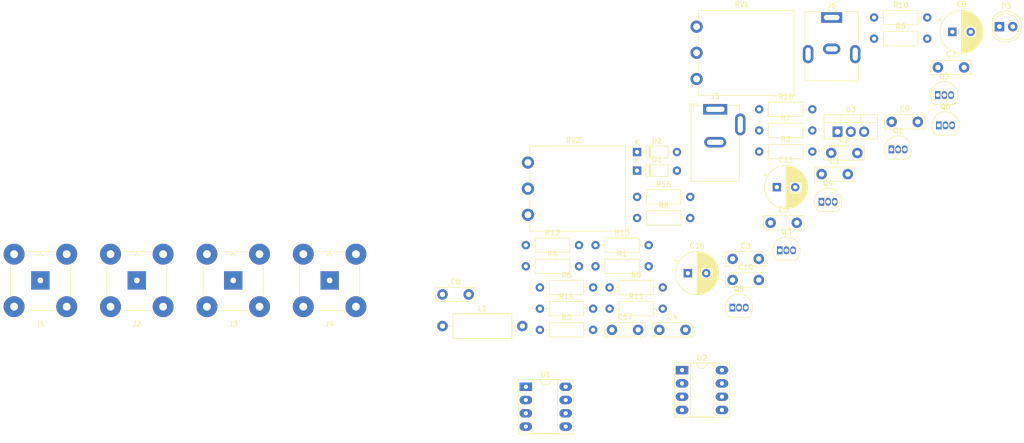
<source format=kicad_pcb>
(kicad_pcb (version 20211014) (generator pcbnew)
  (title_block (title "Enter Title On Page Setting Dialog") (rev "1") (company "Ashton Johnson"))
  (layers (0 "F.Cu" signal) (31 "B.Cu" signal) (35 "F.Paste" user) (37 "F.SilkS" user "F.Silkscreen") (39 "F.Mask" user) (44 "Edge.Cuts" user))
  (net 0 "")
  (net 1 "Y")
  (net 2 "+9V")
  (net 3 "Net-(C2-Pad1)")
  (net 4 "Net-(C3-Pad1)")
  (net 5 "Net-(C3-Pad2)")
  (net 6 "GND")
  (net 7 "Net-(C4-Pad2)")
  (net 8 "Net-(C5-Pad1)")
  (net 9 "COMP_VIDEO_IN")
  (net 10 "Net-(D1-Pad1)")
  (net 11 "Net-(D1-Pad2)")
  (net 12 "X")
  (net 13 "Z")
  (net 14 "Net-(Q1-Pad2)")
  (net 15 "Net-(Q2-Pad2)")
  (net 16 "Net-(Q3-Pad2)")
  (net 17 "Net-(Q4-Pad1)")
  (net 18 "Net-(Q5-Pad1)")
  (net 19 "Net-(Q6-Pad1)")
  (net 20 "Net-(R1-Pad2)")
  (net 21 "Net-(R2-Pad1)")
  (net 22 "Net-(R13-Pad1)")
  (net 23 "Net-(R13-Pad2)")
  (net 24 "Net-(R15-Pad2)")
  (net 25 "Net-(RV2-Pad2)")
  (net 28 "Net-(U2-Pad3)")
  (net 29 "Net-(D3-Pad1)")
  (net 30 "Net-(C5-Pad2)")
  (net 31 "+VDC")
  (footprint "Package_TO_SOT_THT:TO-92_Inline" (layer "F.Cu") (at 246.16 64.55)
    (fp_text reference "Q2" (at 1.27 -3.56) (layer "F.SilkS"))
    (fp_text value "2N3906")
    (pad "1" thru_hole rect (at 0 0) (size 1.05 1.5) (drill 0.75) (layers *.Cu *.Mask) (net 2 "+9V"))
    (pad "2" thru_hole oval (at 1.27 0) (size 1.05 1.5) (drill 0.75) (layers *.Cu *.Mask) (net 15 "Net-(Q2-Pad2)"))
    (pad "3" thru_hole oval (at 2.54 0) (size 1.05 1.5) (drill 0.75) (layers *.Cu *.Mask) (net 3 "Net-(C2-Pad1)"))
  )
  (footprint "Resistor_THT:R_Axial_DIN0207_L6.3mm_D2.5mm_P10.16mm_Horizontal" (layer "F.Cu") (at 234 53.77)
    (fp_text reference "R5" (at 5.08 -2.37) (layer "F.SilkS"))
    (fp_text value "2.2k")
    (pad "1" thru_hole circle (at 0 0) (size 1.6 1.6) (drill 0.8) (layers *.Cu *.Mask) (net 2 "+9V"))
    (pad "2" thru_hole oval (at 10.16 0) (size 1.6 1.6) (drill 0.8) (layers *.Cu *.Mask) (net 12 "X"))
  )
  (footprint "Capacitor_THT:C_Disc_D7.5mm_W2.5mm_P5.00mm" (layer "F.Cu") (at 151.57 102.68)
    (fp_text reference "C6" (at 2.5 -2.5) (layer "F.SilkS"))
    (fp_text value "10u")
    (pad "1" thru_hole circle (at 0 0) (size 2 2) (drill 1) (layers *.Cu *.Mask) (net 2 "+9V"))
    (pad "2" thru_hole circle (at 5 0) (size 2 2) (drill 1) (layers *.Cu *.Mask) (net 6 "GND"))
  )
  (footprint "Diode_THT:D_DO-35_SOD27_P7.62mm_Horizontal" (layer "F.Cu") (at 188.73 79)
    (fp_text reference "D1" (at 3.81 -2.12) (layer "F.SilkS"))
    (fp_text value "1N4148")
    (fp_text user "K" (at 0 -1.8) (layer "F.SilkS"))
    (pad "1" thru_hole rect (at 0 0) (size 1.6 1.6) (drill 0.8) (layers *.Cu *.Mask) (net 10 "Net-(D1-Pad1)"))
    (pad "2" thru_hole oval (at 7.62 0) (size 1.6 1.6) (drill 0.8) (layers *.Cu *.Mask) (net 11 "Net-(D1-Pad2)"))
  )
  (footprint "Diode_THT:D_DO-35_SOD27_P7.62mm_Horizontal" (layer "F.Cu") (at 188.73 75.45)
    (fp_text reference "D2" (at 3.81 -2.12) (layer "F.SilkS"))
    (fp_text value "1N4148")
    (fp_text user "K" (at 0 -1.8) (layer "F.SilkS"))
    (pad "1" thru_hole rect (at 0 0) (size 1.6 1.6) (drill 0.8) (layers *.Cu *.Mask) (net 6 "GND"))
    (pad "2" thru_hole oval (at 7.62 0) (size 1.6 1.6) (drill 0.8) (layers *.Cu *.Mask) (net 10 "Net-(D1-Pad1)"))
  )
  (footprint "Capacitor_THT:C_Disc_D7.5mm_W2.5mm_P5.00mm" (layer "F.Cu") (at 206.98 99.92)
    (fp_text reference "C10" (at 2.5 -2.5) (layer "F.SilkS"))
    (fp_text value "0.1u")
    (pad "1" thru_hole circle (at 0 0) (size 2 2) (drill 1) (layers *.Cu *.Mask) (net 2 "+9V"))
    (pad "2" thru_hole circle (at 5 0) (size 2 2) (drill 1) (layers *.Cu *.Mask) (net 6 "GND"))
  )
  (footprint "Package_TO_SOT_THT:TO-92_Inline" (layer "F.Cu") (at 206.94 105.2)
    (fp_text reference "Q5" (at 1.27 -3.56) (layer "F.SilkS"))
    (fp_text value "2N3904")
    (pad "1" thru_hole rect (at 0 0) (size 1.05 1.5) (drill 0.75) (layers *.Cu *.Mask) (net 18 "Net-(Q5-Pad1)"))
    (pad "2" thru_hole oval (at 1.27 0) (size 1.05 1.5) (drill 0.75) (layers *.Cu *.Mask) (net 11 "Net-(D1-Pad2)"))
    (pad "3" thru_hole oval (at 2.54 0) (size 1.05 1.5) (drill 0.75) (layers *.Cu *.Mask) (net 3 "Net-(C2-Pad1)"))
  )
  (footprint "Capacitor_THT:CP_Radial_D8.0mm_P3.50mm" (layer "F.Cu") (at 215.434698 82.17)
    (fp_text reference "C11" (at 1.75 -5.25) (layer "F.SilkS"))
    (fp_text value "10u")
    (pad "1" thru_hole rect (at 0 0) (size 1.6 1.6) (drill 0.8) (layers *.Cu *.Mask) (net 2 "+9V"))
    (pad "2" thru_hole circle (at 3.5 0) (size 1.6 1.6) (drill 0.8) (layers *.Cu *.Mask) (net 6 "GND"))
  )
  (footprint "Package_TO_SOT_THT:TO-92_Inline" (layer "F.Cu") (at 246.37 70.34)
    (fp_text reference "Q6" (at 1.27 -3.56) (layer "F.SilkS"))
    (fp_text value "2N3904")
    (pad "1" thru_hole rect (at 0 0) (size 1.05 1.5) (drill 0.75) (layers *.Cu *.Mask) (net 19 "Net-(Q6-Pad1)"))
    (pad "2" thru_hole oval (at 1.27 0) (size 1.05 1.5) (drill 0.75) (layers *.Cu *.Mask) (net 5 "Net-(C3-Pad2)"))
    (pad "3" thru_hole oval (at 2.54 0) (size 1.05 1.5) (drill 0.75) (layers *.Cu *.Mask) (net 12 "X"))
  )
  (footprint "Resistor_THT:R_Axial_DIN0207_L6.3mm_D2.5mm_P10.16mm_Horizontal" (layer "F.Cu") (at 212.05 71.32)
    (fp_text reference "R7" (at 5.08 -2.37) (layer "F.SilkS"))
    (fp_text value "680k")
    (pad "1" thru_hole circle (at 0 0) (size 1.6 1.6) (drill 0.8) (layers *.Cu *.Mask) (net 6 "GND"))
    (pad "2" thru_hole oval (at 10.16 0) (size 1.6 1.6) (drill 0.8) (layers *.Cu *.Mask) (net 7 "Net-(C4-Pad2)"))
  )
  (footprint "Package_DIP:DIP-8_W7.62mm_Socket_LongPads" (layer "F.Cu") (at 167.475 120.33)
    (fp_text reference "U1" (at 3.81 -2.33) (layer "F.SilkS"))
    (fp_text value "LM1881")
    (pad "1" thru_hole rect (at 0 0) (size 2.4 1.6) (drill 0.8) (layers *.Cu *.Mask) (net 21 "Net-(R2-Pad1)"))
    (pad "2" thru_hole oval (at 0 2.54) (size 2.4 1.6) (drill 0.8) (layers *.Cu *.Mask) (net 8 "Net-(C5-Pad1)"))
    (pad "3" thru_hole oval (at 0 5.08) (size 2.4 1.6) (drill 0.8) (layers *.Cu *.Mask) (net 20 "Net-(R1-Pad2)"))
    (pad "4" thru_hole oval (at 0 7.62) (size 2.4 1.6) (drill 0.8) (layers *.Cu *.Mask) (net 6 "GND"))
    (pad "5" thru_hole oval (at 7.62 7.62) (size 2.4 1.6) (drill 0.8) (layers *.Cu *.Mask))
    (pad "6" thru_hole oval (at 7.62 5.08) (size 2.4 1.6) (drill 0.8) (layers *.Cu *.Mask) (net 7 "Net-(C4-Pad2)"))
    (pad "7" thru_hole oval (at 7.62 2.54) (size 2.4 1.6) (drill 0.8) (layers *.Cu *.Mask))
    (pad "8" thru_hole oval (at 7.62 0) (size 2.4 1.6) (drill 0.8) (layers *.Cu *.Mask) (net 2 "+9V"))
  )
  (footprint "Capacitor_THT:C_Disc_D7.5mm_W2.5mm_P5.00mm" (layer "F.Cu") (at 225.81 75.63)
    (fp_text reference "C2" (at 2.5 -2.5) (layer "F.SilkS"))
    (fp_text value "22n")
    (pad "1" thru_hole circle (at 0 0) (size 2 2) (drill 1) (layers *.Cu *.Mask) (net 3 "Net-(C2-Pad1)"))
    (pad "2" thru_hole circle (at 5 0) (size 2 2) (drill 1) (layers *.Cu *.Mask) (net 2 "+9V"))
  )
  (footprint "Capacitor_THT:C_Disc_D7.5mm_W2.5mm_P5.00mm" (layer "F.Cu") (at 214.24 88.97)
    (fp_text reference "C5" (at 2.5 -2.5) (layer "F.SilkS"))
    (fp_text value "10n")
    (pad "1" thru_hole circle (at 0 0) (size 2 2) (drill 1) (layers *.Cu *.Mask) (net 8 "Net-(C5-Pad1)"))
    (pad "2" thru_hole circle (at 5 0) (size 2 2) (drill 1) (layers *.Cu *.Mask) (net 30 "Net-(C5-Pad2)"))
  )
  (footprint "Potentiometer_THT:Potentiometer_Piher_PC-16_Single_Vertical" (layer "F.Cu") (at 167.88 87.45)
    (fp_text reference "RV2" (at 8.665 -14.25) (layer "F.SilkS"))
    (fp_text value "10k")
    (pad "1" thru_hole circle (at 0 0) (size 2.34 2.34) (drill 1.3) (layers *.Cu *.Mask) (net 24 "Net-(R15-Pad2)"))
    (pad "2" thru_hole circle (at 0 -5) (size 2.34 2.34) (drill 1.3) (layers *.Cu *.Mask) (net 25 "Net-(RV2-Pad2)"))
    (pad "3" thru_hole circle (at 0 -10) (size 2.34 2.34) (drill 1.3) (layers *.Cu *.Mask) (net 6 "GND"))
  )
  (footprint "Connector_Coaxial:BNC_TEConnectivity_1478035_Horizontal" (layer "F.Cu") (at 74.755 100)
    (fp_text reference "J1" (at 0 8.3) (layer "F.SilkS"))
    (fp_text value "Conn_Coaxial_Power")
    (pad "1" thru_hole rect (at 0 0) (size 3.5 3.5) (drill 1.1) (layers *.Cu *.Mask) (net 12 "X"))
    (pad "2" thru_hole circle (at 5.025 5.025) (size 4 4) (drill 1.5) (layers *.Cu *.Mask) (net 6 "GND"))
    (pad "2" thru_hole circle (at 5.025 -5.025) (size 4 4) (drill 1.5) (layers *.Cu *.Mask) (net 6 "GND"))
    (pad "2" thru_hole circle (at -5.025 5.025) (size 4 4) (drill 1.5) (layers *.Cu *.Mask) (net 6 "GND"))
    (pad "2" thru_hole circle (at -5.025 -5.025) (size 4 4) (drill 1.5) (layers *.Cu *.Mask) (net 6 "GND"))
  )
  (footprint "Resistor_THT:R_Axial_DIN0207_L6.3mm_D2.5mm_P10.16mm_Horizontal" (layer "F.Cu") (at 212.05 75.37)
    (fp_text reference "R2" (at 5.08 -2.37) (layer "F.SilkS"))
    (fp_text value "6.8k")
    (pad "1" thru_hole circle (at 0 0) (size 1.6 1.6) (drill 0.8) (layers *.Cu *.Mask) (net 21 "Net-(R2-Pad1)"))
    (pad "2" thru_hole oval (at 10.16 0) (size 1.6 1.6) (drill 0.8) (layers *.Cu *.Mask) (net 14 "Net-(Q1-Pad2)"))
  )
  (footprint "Resistor_THT:R_Axial_DIN0207_L6.3mm_D2.5mm_P10.16mm_Horizontal" (layer "F.Cu") (at 180.79 93.25)
    (fp_text reference "R13" (at 5.08 -2.37) (layer "F.SilkS"))
    (fp_text value "2.2k")
    (pad "1" thru_hole circle (at 0 0) (size 1.6 1.6) (drill 0.8) (layers *.Cu *.Mask) (net 22 "Net-(R13-Pad1)"))
    (pad "2" thru_hole oval (at 10.16 0) (size 1.6 1.6) (drill 0.8) (layers *.Cu *.Mask) (net 23 "Net-(R13-Pad2)"))
  )
  (footprint "Resistor_THT:R_Axial_DIN0207_L6.3mm_D2.5mm_P10.16mm_Horizontal" (layer "F.Cu") (at 167.48 93.25)
    (fp_text reference "R12" (at 5.08 -2.37) (layer "F.SilkS"))
    (fp_text value "2.2k")
    (pad "1" thru_hole circle (at 0 0) (size 1.6 1.6) (drill 0.8) (layers *.Cu *.Mask) (net 19 "Net-(Q6-Pad1)"))
    (pad "2" thru_hole oval (at 10.16 0) (size 1.6 1.6) (drill 0.8) (layers *.Cu *.Mask) (net 6 "GND"))
  )
  (footprint "Resistor_THT:R_Axial_DIN0207_L6.3mm_D2.5mm_P10.16mm_Horizontal" (layer "F.Cu") (at 183.48 101.35)
    (fp_text reference "R9" (at 5.08 -2.37) (layer "F.SilkS"))
    (fp_text value "680")
    (pad "1" thru_hole circle (at 0 0) (size 1.6 1.6) (drill 0.8) (layers *.Cu *.Mask) (net 18 "Net-(Q5-Pad1)"))
    (pad "2" thru_hole oval (at 10.16 0) (size 1.6 1.6) (drill 0.8) (layers *.Cu *.Mask) (net 6 "GND"))
  )
  (footprint "Capacitor_THT:C_Disc_D7.5mm_W2.5mm_P5.00mm" (layer "F.Cu") (at 206.98 95.87)
    (fp_text reference "C3" (at 2.5 -2.5) (layer "F.SilkS"))
    (fp_text value "0.1u")
    (pad "1" thru_hole circle (at 0 0) (size 2 2) (drill 1) (layers *.Cu *.Mask) (net 4 "Net-(C3-Pad1)"))
    (pad "2" thru_hole circle (at 5 0) (size 2 2) (drill 1) (layers *.Cu *.Mask) (net 5 "Net-(C3-Pad2)"))
  )
  (footprint "Potentiometer_THT:Potentiometer_Piher_PC-16_Single_Vertical" (layer "F.Cu") (at 200.1 61.47)
    (fp_text reference "RV1" (at 8.665 -14.25) (layer "F.SilkS"))
    (fp_text value "1k")
    (pad "1" thru_hole circle (at 0 0) (size 2.34 2.34) (drill 1.3) (layers *.Cu *.Mask) (net 30 "Net-(C5-Pad2)"))
    (pad "2" thru_hole circle (at 0 -5) (size 2.34 2.34) (drill 1.3) (layers *.Cu *.Mask) (net 22 "Net-(R13-Pad1)"))
    (pad "3" thru_hole circle (at 0 -10) (size 2.34 2.34) (drill 1.3) (layers *.Cu *.Mask) (net 6 "GND"))
  )
  (footprint "Capacitor_THT:C_Disc_D7.5mm_W2.5mm_P5.00mm" (layer "F.Cu") (at 192.98 109.45)
    (fp_text reference "C4" (at 2.5 -2.5) (layer "F.SilkS"))
    (fp_text value "0.1u")
    (pad "1" thru_hole circle (at 0 0) (size 2 2) (drill 1) (layers *.Cu *.Mask) (net 6 "GND"))
    (pad "2" thru_hole circle (at 5 0) (size 2 2) (drill 1) (layers *.Cu *.Mask) (net 7 "Net-(C4-Pad2)"))
  )
  (footprint "Resistor_THT:R_Axial_DIN0207_L6.3mm_D2.5mm_P10.16mm_Horizontal" (layer "F.Cu") (at 170.17 101.35)
    (fp_text reference "R6" (at 5.08 -2.37) (layer "F.SilkS"))
    (fp_text value "3.3k")
    (pad "1" thru_hole circle (at 0 0) (size 1.6 1.6) (drill 0.8) (layers *.Cu *.Mask) (net 2 "+9V"))
    (pad "2" thru_hole oval (at 10.16 0) (size 1.6 1.6) (drill 0.8) (layers *.Cu *.Mask) (net 11 "Net-(D1-Pad2)"))
  )
  (footprint "Capacitor_THT:C_Disc_D7.5mm_W2.5mm_P5.00mm" (layer "F.Cu") (at 246.2 59.27)
    (fp_text reference "C7" (at 2.5 -2.5) (layer "F.SilkS"))
    (fp_text value "0.1u")
    (pad "1" thru_hole circle (at 0 0) (size 2 2) (drill 1) (layers *.Cu *.Mask) (net 2 "+9V"))
    (pad "2" thru_hole circle (at 5 0) (size 2 2) (drill 1) (layers *.Cu *.Mask) (net 6 "GND"))
  )
  (footprint "Connector_Coaxial:BNC_TEConnectivity_1478035_Horizontal" (layer "F.Cu") (at 130 100)
    (fp_text reference "J4" (at 0 8.3) (layer "F.SilkS"))
    (fp_text value "Conn_Coaxial_Power")
    (pad "1" thru_hole rect (at 0 0) (size 3.5 3.5) (drill 1.1) (layers *.Cu *.Mask) (net 9 "COMP_VIDEO_IN"))
    (pad "2" thru_hole circle (at 5.025 -5.025) (size 4 4) (drill 1.5) (layers *.Cu *.Mask) (net 6 "GND"))
    (pad "2" thru_hole circle (at 5.025 5.025) (size 4 4) (drill 1.5) (layers *.Cu *.Mask) (net 6 "GND"))
    (pad "2" thru_hole circle (at -5.025 5.025) (size 4 4) (drill 1.5) (layers *.Cu *.Mask) (net 6 "GND"))
    (pad "2" thru_hole circle (at -5.025 -5.025) (size 4 4) (drill 1.5) (layers *.Cu *.Mask) (net 6 "GND"))
  )
  (footprint "Package_TO_SOT_THT:TO-92_Inline" (layer "F.Cu") (at 237.32 74.95)
    (fp_text reference "Q1" (at 1.27 -3.56) (layer "F.SilkS"))
    (fp_text value "2N3906")
    (pad "1" thru_hole rect (at 0 0) (size 1.05 1.5) (drill 0.75) (layers *.Cu *.Mask) (net 2 "+9V"))
    (pad "2" thru_hole oval (at 1.27 0) (size 1.05 1.5) (drill 0.75) (layers *.Cu *.Mask) (net 14 "Net-(Q1-Pad2)"))
    (pad "3" thru_hole oval (at 2.54 0) (size 1.05 1.5) (drill 0.75) (layers *.Cu *.Mask) (net 1 "Y"))
  )
  (footprint "Resistor_THT:R_Axial_DIN0207_L6.3mm_D2.5mm_P10.16mm_Horizontal" (layer "F.Cu") (at 234 49.72)
    (fp_text reference "R10" (at 5.08 -2.37) (layer "F.SilkS"))
    (fp_text value "3.3k")
    (pad "1" thru_hole circle (at 0 0) (size 1.6 1.6) (drill 0.8) (layers *.Cu *.Mask) (net 4 "Net-(C3-Pad1)"))
    (pad "2" thru_hole oval (at 10.16 0) (size 1.6 1.6) (drill 0.8) (layers *.Cu *.Mask) (net 6 "GND"))
  )
  (footprint "Connector_Coaxial:BNC_TEConnectivity_1478035_Horizontal" (layer "F.Cu") (at 111.585 100)
    (fp_text reference "J3" (at 0 8.3) (layer "F.SilkS"))
    (fp_text value "Conn_Coaxial_Power")
    (pad "1" thru_hole rect (at 0 0) (size 3.5 3.5) (drill 1.1) (layers *.Cu *.Mask) (net 13 "Z"))
    (pad "2" thru_hole circle (at 5.025 5.025) (size 4 4) (drill 1.5) (layers *.Cu *.Mask) (net 6 "GND"))
    (pad "2" thru_hole circle (at 5.025 -5.025) (size 4 4) (drill 1.5) (layers *.Cu *.Mask) (net 6 "GND"))
    (pad "2" thru_hole circle (at -5.025 5.025) (size 4 4) (drill 1.5) (layers *.Cu *.Mask) (net 6 "GND"))
    (pad "2" thru_hole circle (at -5.025 -5.025) (size 4 4) (drill 1.5) (layers *.Cu *.Mask) (net 6 "GND"))
  )
  (footprint "Connector_Coaxial:BNC_TEConnectivity_1478035_Horizontal" (layer "F.Cu") (at 93.17 100)
    (fp_text reference "J2" (at 0 8.3) (layer "F.SilkS"))
    (fp_text value "Conn_Coaxial_Power")
    (pad "1" thru_hole rect (at 0 0) (size 3.5 3.5) (drill 1.1) (layers *.Cu *.Mask) (net 1 "Y"))
    (pad "2" thru_hole circle (at -5.025 5.025) (size 4 4) (drill 1.5) (layers *.Cu *.Mask) (net 6 "GND"))
    (pad "2" thru_hole circle (at 5.025 5.025) (size 4 4) (drill 1.5) (layers *.Cu *.Mask) (net 6 "GND"))
    (pad "2" thru_hole circle (at -5.025 -5.025) (size 4 4) (drill 1.5) (layers *.Cu *.Mask) (net 6 "GND"))
    (pad "2" thru_hole circle (at 5.025 -5.025) (size 4 4) (drill 1.5) (layers *.Cu *.Mask) (net 6 "GND"))
  )
  (footprint "Resistor_THT:R_Axial_DIN0207_L6.3mm_D2.5mm_P10.16mm_Horizontal" (layer "F.Cu") (at 183.48 105.4)
    (fp_text reference "R11" (at 5.08 -2.37) (layer "F.SilkS"))
    (fp_text value "3.3k")
    (pad "1" thru_hole circle (at 0 0) (size 1.6 1.6) (drill 0.8) (layers *.Cu *.Mask) (net 5 "Net-(C3-Pad2)"))
    (pad "2" thru_hole oval (at 10.16 0) (size 1.6 1.6) (drill 0.8) (layers *.Cu *.Mask) (net 6 "GND"))
  )
  (footprint "Capacitor_THT:C_Disc_D7.5mm_W2.5mm_P5.00mm" (layer "F.Cu") (at 223.98 79.68)
    (fp_text reference "C1" (at 2.5 -2.5) (layer "F.SilkS"))
    (fp_text value "100n")
    (pad "1" thru_hole circle (at 0 0) (size 2 2) (drill 1) (layers *.Cu *.Mask) (net 1 "Y"))
    (pad "2" thru_hole circle (at 5 0) (size 2 2) (drill 1) (layers *.Cu *.Mask) (net 2 "+9V"))
  )
  (footprint "Connector_BarrelJack:BarrelJack_CUI_PJ-063AH_Horizontal" (layer "F.Cu") (at 225.9 49.72)
    (fp_text reference "J6" (at 0 -2.3) (layer "F.SilkS"))
    (fp_text value "Molex 3.96mm")
    (pad "" np_thru_hole circle (at 0 9) (size 1.6 1.6) (drill 1.6) (layers *.Cu *.Mask))
    (pad "1" thru_hole rect (at 0 0) (size 4 2) (drill oval 3 1) (layers *.Cu *.Mask) (net 2 "+9V"))
    (pad "2" thru_hole oval (at 0 6) (size 3.3 2) (drill oval 2.3 1) (layers *.Cu *.Mask) (net 6 "GND"))
    (pad "MP" thru_hole oval (at -4.5 7) (size 2 3.5) (drill oval 1 2.5) (layers *.Cu *.Mask))
    (pad "MP" thru_hole oval (at 4.5 7) (size 2 3.5) (drill oval 1 2.5) (layers *.Cu *.Mask))
  )
  (footprint "Connector_BarrelJack:BarrelJack_GCT_DCJ200-10-A_Horizontal" (layer "F.Cu") (at 203.65 67.27)
    (fp_text reference "J5" (at 0 -2.5) (layer "F.SilkS"))
    (fp_text value "Barrel_Jack_Switch")
    (pad "1" thru_hole rect (at 0 0) (size 4.6 2) (drill oval 3.6 1) (layers *.Cu *.Mask) (net 31 "+VDC"))
    (pad "2" thru_hole oval (at 0 6.3) (size 4.2 2) (drill oval 3.2 1) (layers *.Cu *.Mask) (net 6 "GND"))
    (pad "3" thru_hole oval (at 4.8 2.9) (size 2 4.2) (drill oval 1 3.2) (layers *.Cu *.Mask) (net 6 "GND"))
  )
  (footprint "Capacitor_THT:C_Disc_D7.5mm_W2.5mm_P5.00mm" (layer "F.Cu") (at 237.36 69.67)
    (fp_text reference "C9" (at 2.5 -2.5) (layer "F.SilkS"))
    (fp_text value "0.33u")
    (pad "1" thru_hole circle (at 0 0) (size 2 2) (drill 1) (layers *.Cu *.Mask) (net 31 "+VDC"))
    (pad "2" thru_hole circle (at 5 0) (size 2 2) (drill 1) (layers *.Cu *.Mask) (net 6 "GND"))
  )
  (footprint "Resistor_THT:R_Axial_DIN0207_L6.3mm_D2.5mm_P10.16mm_Horizontal" (layer "F.Cu") (at 212.05 67.27)
    (fp_text reference "R16" (at 5.08 -2.37) (layer "F.SilkS"))
    (fp_text value "2.4k")
    (pad "1" thru_hole circle (at 0 0) (size 1.6 1.6) (drill 0.8) (layers *.Cu *.Mask) (net 29 "Net-(D3-Pad1)"))
    (pad "2" thru_hole oval (at 10.16 0) (size 1.6 1.6) (drill 0.8) (layers *.Cu *.Mask) (net 6 "GND"))
  )
  (footprint "Package_TO_SOT_THT:TO-92_Inline" (layer "F.Cu") (at 223.94 84.96)
    (fp_text reference "Q4" (at 1.27 -3.56) (layer "F.SilkS"))
    (fp_text value "2N3904")
    (pad "1" thru_hole rect (at 0 0) (size 1.05 1.5) (drill 0.75) (layers *.Cu *.Mask) (net 17 "Net-(Q4-Pad1)"))
    (pad "2" thru_hole oval (at 1.27 0) (size 1.05 1.5) (drill 0.75) (layers *.Cu *.Mask) (net 11 "Net-(D1-Pad2)"))
    (pad "3" thru_hole oval (at 2.54 0) (size 1.05 1.5) (drill 0.75) (layers *.Cu *.Mask) (net 1 "Y"))
  )
  (footprint "Package_TO_SOT_THT:TO-92_Inline" (layer "F.Cu") (at 215.99 94.25)
    (fp_text reference "Q3" (at 1.27 -3.56) (layer "F.SilkS"))
    (fp_text value "2N3904")
    (pad "1" thru_hole rect (at 0 0) (size 1.05 1.5) (drill 0.75) (layers *.Cu *.Mask) (net 4 "Net-(C3-Pad1)"))
    (pad "2" thru_hole oval (at 1.27 0) (size 1.05 1.5) (drill 0.75) (layers *.Cu *.Mask) (net 16 "Net-(Q3-Pad2)"))
    (pad "3" thru_hole oval (at 2.54 0) (size 1.05 1.5) (drill 0.75) (layers *.Cu *.Mask) (net 2 "+9V"))
  )
  (footprint "Resistor_THT:R_Axial_DIN0207_L6.3mm_D2.5mm_P10.16mm_Horizontal" (layer "F.Cu") (at 188.73 84.02)
    (fp_text reference "R15" (at 5.08 -2.37) (layer "F.SilkS"))
    (fp_text value "68k")
    (pad "1" thru_hole circle (at 0 0) (size 1.6 1.6) (drill 0.8) (layers *.Cu *.Mask) (net 2 "+9V"))
    (pad "2" thru_hole oval (at 10.16 0) (size 1.6 1.6) (drill 0.8) (layers *.Cu *.Mask) (net 24 "Net-(R15-Pad2)"))
  )
  (footprint "Resistor_THT:R_Axial_DIN0207_L6.3mm_D2.5mm_P10.16mm_Horizontal" (layer "F.Cu") (at 188.73 88.07)
    (fp_text reference "R8" (at 5.08 -2.37) (layer "F.SilkS"))
    (fp_text value "68k")
    (pad "1" thru_hole circle (at 0 0) (size 1.6 1.6) (drill 0.8) (layers *.Cu *.Mask) (net 17 "Net-(Q4-Pad1)"))
    (pad "2" thru_hole oval (at 10.16 0) (size 1.6 1.6) (drill 0.8) (layers *.Cu *.Mask) (net 6 "GND"))
  )
  (footprint "Capacitor_THT:CP_Radial_D8.0mm_P3.50mm" (layer "F.Cu") (at 248.954698 52.47)
    (fp_text reference "C8" (at 1.75 -5.25) (layer "F.SilkS"))
    (fp_text value "10u")
    (pad "1" thru_hole rect (at 0 0) (size 1.6 1.6) (drill 0.8) (layers *.Cu *.Mask) (net 31 "+VDC"))
    (pad "2" thru_hole circle (at 3.5 0) (size 1.6 1.6) (drill 0.8) (layers *.Cu *.Mask) (net 6 "GND"))
  )
  (footprint "Capacitor_THT:C_Disc_D7.5mm_W2.5mm_P5.00mm" (layer "F.Cu") (at 183.93 109.45)
    (fp_text reference "C17" (at 2.5 -2.5) (layer "F.SilkS"))
    (fp_text value "0.1u")
    (pad "1" thru_hole circle (at 0 0) (size 2 2) (drill 1) (layers *.Cu *.Mask) (net 2 "+9V"))
    (pad "2" thru_hole circle (at 5 0) (size 2 2) (drill 1) (layers *.Cu *.Mask) (net 6 "GND"))
  )
  (footprint "Inductor_THT:L_Axial_L11.0mm_D4.5mm_P15.24mm_Horizontal_Fastron_MECC" (layer "F.Cu") (at 151.57 108.73)
    (fp_text reference "L1" (at 7.62 -3.37) (layer "F.SilkS"))
    (fp_text value "22u")
    (pad "1" thru_hole circle (at 0 0) (size 2 2) (drill 1) (layers *.Cu *.Mask) (net 9 "COMP_VIDEO_IN"))
    (pad "2" thru_hole oval (at 15.24 0) (size 2 2) (drill 1) (layers *.Cu *.Mask) (net 30 "Net-(C5-Pad2)"))
  )
  (footprint "Resistor_THT:R_Axial_DIN0207_L6.3mm_D2.5mm_P10.16mm_Horizontal" (layer "F.Cu") (at 170.17 105.4)
    (fp_text reference "R14" (at 5.08 -2.37) (layer "F.SilkS"))
    (fp_text value "4.7k")
    (pad "1" thru_hole circle (at 0 0) (size 1.6 1.6) (drill 0.8) (layers *.Cu *.Mask) (net 23 "Net-(R13-Pad2)"))
    (pad "2" thru_hole oval (at 10.16 0) (size 1.6 1.6) (drill 0.8) (layers *.Cu *.Mask) (net 13 "Z"))
  )
  (footprint "Capacitor_THT:CP_Radial_D8.0mm_P3.50mm" (layer "F.Cu") (at 198.434698 98.62)
    (fp_text reference "C16" (at 1.75 -5.25) (layer "F.SilkS"))
    (fp_text value "10u")
    (pad "1" thru_hole rect (at 0 0) (size 1.6 1.6) (drill 0.8) (layers *.Cu *.Mask) (net 2 "+9V"))
    (pad "2" thru_hole circle (at 3.5 0) (size 1.6 1.6) (drill 0.8) (layers *.Cu *.Mask) (net 6 "GND"))
  )
  (footprint "Package_TO_SOT_THT:TO-220-3_Vertical" (layer "F.Cu") (at 227.02 71.57)
    (fp_text reference "U3" (at 2.54 -4.27) (layer "F.SilkS"))
    (fp_text value "LM7809_TO220")
    (pad "1" thru_hole rect (at 0 0) (size 1.905 2) (drill 1.1) (layers *.Cu *.Mask) (net 31 "+VDC"))
    (pad "2" thru_hole oval (at 2.54 0) (size 1.905 2) (drill 1.1) (layers *.Cu *.Mask) (net 6 "GND"))
    (pad "3" thru_hole oval (at 5.08 0) (size 1.905 2) (drill 1.1) (layers *.Cu *.Mask) (net 2 "+9V"))
  )
  (footprint "Package_DIP:DIP-8_W7.62mm_Socket_LongPads" (layer "F.Cu") (at 197.32 117.155)
    (fp_text reference "U2" (at 3.81 -2.33) (layer "F.SilkS"))
    (fp_text value "AD8032")
    (pad "1" thru_hole rect (at 0 0) (size 2.4 1.6) (drill 0.8) (layers *.Cu *.Mask) (net 13 "Z"))
    (pad "2" thru_hole oval (at 0 2.54) (size 2.4 1.6) (drill 0.8) (layers *.Cu *.Mask) (net 23 "Net-(R13-Pad2)"))
    (pad "3" thru_hole oval (at 0 5.08) (size 2.4 1.6) (drill 0.8) (layers *.Cu *.Mask) (net 28 "Net-(U2-Pad3)"))
    (pad "4" thru_hole oval (at 0 7.62) (size 2.4 1.6) (drill 0.8) (layers *.Cu *.Mask) (net 6 "GND"))
    (pad "5" thru_hole oval (at 7.62 7.62) (size 2.4 1.6) (drill 0.8) (layers *.Cu *.Mask) (net 25 "Net-(RV2-Pad2)"))
    (pad "6" thru_hole oval (at 7.62 5.08) (size 2.4 1.6) (drill 0.8) (layers *.Cu *.Mask) (net 28 "Net-(U2-Pad3)"))
    (pad "7" thru_hole oval (at 7.62 2.54) (size 2.4 1.6) (drill 0.8) (layers *.Cu *.Mask) (net 28 "Net-(U2-Pad3)"))
    (pad "8" thru_hole oval (at 7.62 0) (size 2.4 1.6) (drill 0.8) (layers *.Cu *.Mask) (net 2 "+9V"))
  )
  (footprint "Resistor_THT:R_Axial_DIN0207_L6.3mm_D2.5mm_P10.16mm_Horizontal" (layer "F.Cu") (at 180.79 97.3)
    (fp_text reference "R1" (at 5.08 -2.37) (layer "F.SilkS"))
    (fp_text value "6.8k")
    (pad "1" thru_hole circle (at 0 0) (size 1.6 1.6) (drill 0.8) (layers *.Cu *.Mask) (net 15 "Net-(Q2-Pad2)"))
    (pad "2" thru_hole oval (at 10.16 0) (size 1.6 1.6) (drill 0.8) (layers *.Cu *.Mask) (net 20 "Net-(R1-Pad2)"))
  )
  (footprint "Resistor_THT:R_Axial_DIN0207_L6.3mm_D2.5mm_P10.16mm_Horizontal" (layer "F.Cu") (at 167.48 97.3)
    (fp_text reference "R4" (at 5.08 -2.37) (layer "F.SilkS"))
    (fp_text value "5.6k")
    (pad "1" thru_hole circle (at 0 0) (size 1.6 1.6) (drill 0.8) (layers *.Cu *.Mask) (net 2 "+9V"))
    (pad "2" thru_hole oval (at 10.16 0) (size 1.6 1.6) (drill 0.8) (layers *.Cu *.Mask) (net 5 "Net-(C3-Pad2)"))
  )
  (footprint "LED_THT:LED_D5.0mm" (layer "F.Cu") (at 257.95 51.47)
    (fp_text reference "D3" (at 1.27 -3.96) (layer "F.SilkS"))
    (fp_text value "Indicator")
    (pad "1" thru_hole rect (at 0 0) (size 1.8 1.8) (drill 0.9) (layers *.Cu *.Mask) (net 29 "Net-(D3-Pad1)"))
    (pad "2" thru_hole circle (at 2.54 0) (size 1.8 1.8) (drill 0.9) (layers *.Cu *.Mask) (net 2 "+9V"))
  )
  (footprint "Resistor_THT:R_Axial_DIN0207_L6.3mm_D2.5mm_P10.16mm_Horizontal" (layer "F.Cu") (at 170.17 109.45)
    (fp_text reference "R3" (at 5.08 -2.37) (layer "F.SilkS"))
    (fp_text value "180")
    (pad "1" thru_hole circle (at 0 0) (size 1.6 1.6) (drill 0.8) (layers *.Cu *.Mask) (net 16 "Net-(Q3-Pad2)"))
    (pad "2" thru_hole oval (at 10.16 0) (size 1.6 1.6) (drill 0.8) (layers *.Cu *.Mask) (net 3 "Net-(C2-Pad1)"))
  )
)
</source>
